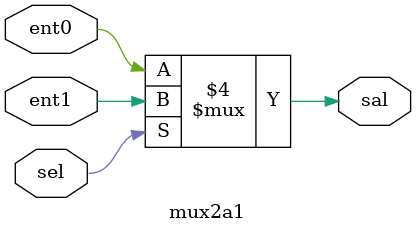
<source format=v>
module mux2a1 (sal, ent0, ent1, sel);
  parameter tamData = 0;
  input [tamData:0] ent0, ent1;
  input sel;
  output [tamData:0] sal;
  reg [tamData:0] sal;

  always @(ent0 or ent1 or sel)
    begin
      if (~sel)
        sal = ent0;
      else
        sal = ent1;
    end
endmodule


</source>
